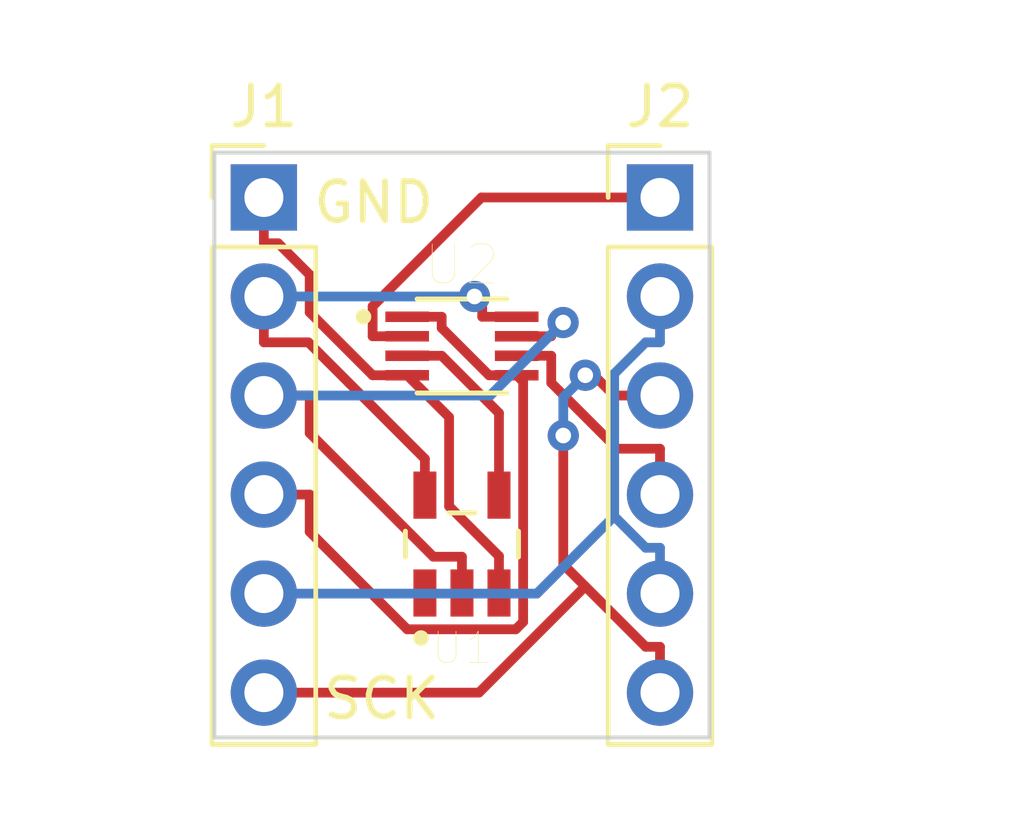
<source format=kicad_pcb>
(kicad_pcb (version 20171130) (host pcbnew "(5.1.6-0-10_14)")

  (general
    (thickness 1.6)
    (drawings 7)
    (tracks 76)
    (zones 0)
    (modules 4)
    (nets 11)
  )

  (page A4)
  (layers
    (0 F.Cu signal)
    (31 B.Cu signal)
    (32 B.Adhes user)
    (33 F.Adhes user)
    (34 B.Paste user)
    (35 F.Paste user)
    (36 B.SilkS user)
    (37 F.SilkS user)
    (38 B.Mask user)
    (39 F.Mask user)
    (40 Dwgs.User user)
    (41 Cmts.User user)
    (42 Eco1.User user)
    (43 Eco2.User user)
    (44 Edge.Cuts user)
    (45 Margin user)
    (46 B.CrtYd user)
    (47 F.CrtYd user)
    (48 B.Fab user)
    (49 F.Fab user)
  )

  (setup
    (last_trace_width 0.25)
    (trace_clearance 0.2)
    (zone_clearance 0.508)
    (zone_45_only no)
    (trace_min 0.2)
    (via_size 0.8)
    (via_drill 0.4)
    (via_min_size 0.4)
    (via_min_drill 0.3)
    (uvia_size 0.3)
    (uvia_drill 0.1)
    (uvias_allowed no)
    (uvia_min_size 0.2)
    (uvia_min_drill 0.1)
    (edge_width 0.1)
    (segment_width 0.2)
    (pcb_text_width 0.3)
    (pcb_text_size 1.5 1.5)
    (mod_edge_width 0.15)
    (mod_text_size 1 1)
    (mod_text_width 0.15)
    (pad_size 1.524 1.524)
    (pad_drill 0.762)
    (pad_to_mask_clearance 0)
    (aux_axis_origin 0 0)
    (visible_elements FFFFFF7F)
    (pcbplotparams
      (layerselection 0x010fc_ffffffff)
      (usegerberextensions true)
      (usegerberattributes true)
      (usegerberadvancedattributes true)
      (creategerberjobfile true)
      (excludeedgelayer true)
      (linewidth 0.100000)
      (plotframeref false)
      (viasonmask false)
      (mode 1)
      (useauxorigin false)
      (hpglpennumber 1)
      (hpglpenspeed 20)
      (hpglpendiameter 15.000000)
      (psnegative false)
      (psa4output false)
      (plotreference true)
      (plotvalue true)
      (plotinvisibletext false)
      (padsonsilk false)
      (subtractmaskfromsilk false)
      (outputformat 1)
      (mirror false)
      (drillshape 0)
      (scaleselection 1)
      (outputdirectory ""))
  )

  (net 0 "")
  (net 1 SCK)
  (net 2 MISO)
  (net 3 MOSI)
  (net 4 SPI_MOSI_SWITCH)
  (net 5 VCC)
  (net 6 GND)
  (net 7 MOSI1)
  (net 8 MOSI2)
  (net 9 /INV)
  (net 10 "Net-(U1-Pad1)")

  (net_class Default "This is the default net class."
    (clearance 0.2)
    (trace_width 0.25)
    (via_dia 0.8)
    (via_drill 0.4)
    (uvia_dia 0.3)
    (uvia_drill 0.1)
    (add_net /INV)
    (add_net GND)
    (add_net MISO)
    (add_net MOSI)
    (add_net MOSI1)
    (add_net MOSI2)
    (add_net "Net-(U1-Pad1)")
    (add_net SCK)
    (add_net SPI_MOSI_SWITCH)
    (add_net VCC)
  )

  (module Pin_Headers:Pin_Header_Straight_1x06_Pitch2.54mm (layer F.Cu) (tedit 59650532) (tstamp 5F572F2F)
    (at 101.6 63.5)
    (descr "Through hole straight pin header, 1x06, 2.54mm pitch, single row")
    (tags "Through hole pin header THT 1x06 2.54mm single row")
    (path /5F534D6C)
    (fp_text reference J1 (at 0 -2.33) (layer F.SilkS)
      (effects (font (size 1 1) (thickness 0.15)))
    )
    (fp_text value Conn_01x06_Male (at 0 15.03) (layer F.Fab)
      (effects (font (size 1 1) (thickness 0.15)))
    )
    (fp_line (start 1.8 -1.8) (end -1.8 -1.8) (layer F.CrtYd) (width 0.05))
    (fp_line (start 1.8 14.5) (end 1.8 -1.8) (layer F.CrtYd) (width 0.05))
    (fp_line (start -1.8 14.5) (end 1.8 14.5) (layer F.CrtYd) (width 0.05))
    (fp_line (start -1.8 -1.8) (end -1.8 14.5) (layer F.CrtYd) (width 0.05))
    (fp_line (start -1.33 -1.33) (end 0 -1.33) (layer F.SilkS) (width 0.12))
    (fp_line (start -1.33 0) (end -1.33 -1.33) (layer F.SilkS) (width 0.12))
    (fp_line (start -1.33 1.27) (end 1.33 1.27) (layer F.SilkS) (width 0.12))
    (fp_line (start 1.33 1.27) (end 1.33 14.03) (layer F.SilkS) (width 0.12))
    (fp_line (start -1.33 1.27) (end -1.33 14.03) (layer F.SilkS) (width 0.12))
    (fp_line (start -1.33 14.03) (end 1.33 14.03) (layer F.SilkS) (width 0.12))
    (fp_line (start -1.27 -0.635) (end -0.635 -1.27) (layer F.Fab) (width 0.1))
    (fp_line (start -1.27 13.97) (end -1.27 -0.635) (layer F.Fab) (width 0.1))
    (fp_line (start 1.27 13.97) (end -1.27 13.97) (layer F.Fab) (width 0.1))
    (fp_line (start 1.27 -1.27) (end 1.27 13.97) (layer F.Fab) (width 0.1))
    (fp_line (start -0.635 -1.27) (end 1.27 -1.27) (layer F.Fab) (width 0.1))
    (fp_text user %R (at 0 6.35 90) (layer F.Fab)
      (effects (font (size 1 1) (thickness 0.15)))
    )
    (pad 6 thru_hole oval (at 0 12.7) (size 1.7 1.7) (drill 1) (layers *.Cu *.Mask)
      (net 1 SCK))
    (pad 5 thru_hole oval (at 0 10.16) (size 1.7 1.7) (drill 1) (layers *.Cu *.Mask)
      (net 2 MISO))
    (pad 4 thru_hole oval (at 0 7.62) (size 1.7 1.7) (drill 1) (layers *.Cu *.Mask)
      (net 3 MOSI))
    (pad 3 thru_hole oval (at 0 5.08) (size 1.7 1.7) (drill 1) (layers *.Cu *.Mask)
      (net 4 SPI_MOSI_SWITCH))
    (pad 2 thru_hole oval (at 0 2.54) (size 1.7 1.7) (drill 1) (layers *.Cu *.Mask)
      (net 5 VCC))
    (pad 1 thru_hole rect (at 0 0) (size 1.7 1.7) (drill 1) (layers *.Cu *.Mask)
      (net 6 GND))
    (model ${KISYS3DMOD}/Pin_Headers.3dshapes/Pin_Header_Straight_1x06_Pitch2.54mm.wrl
      (at (xyz 0 0 0))
      (scale (xyz 1 1 1))
      (rotate (xyz 0 0 0))
    )
  )

  (module Pin_Headers:Pin_Header_Straight_1x06_Pitch2.54mm (layer F.Cu) (tedit 59650532) (tstamp 5F572F49)
    (at 111.76 63.5)
    (descr "Through hole straight pin header, 1x06, 2.54mm pitch, single row")
    (tags "Through hole pin header THT 1x06 2.54mm single row")
    (path /5F535D28)
    (fp_text reference J2 (at 0 -2.33) (layer F.SilkS)
      (effects (font (size 1 1) (thickness 0.15)))
    )
    (fp_text value Conn_01x06_Male (at 0 15.03) (layer F.Fab)
      (effects (font (size 1 1) (thickness 0.15)))
    )
    (fp_line (start -0.635 -1.27) (end 1.27 -1.27) (layer F.Fab) (width 0.1))
    (fp_line (start 1.27 -1.27) (end 1.27 13.97) (layer F.Fab) (width 0.1))
    (fp_line (start 1.27 13.97) (end -1.27 13.97) (layer F.Fab) (width 0.1))
    (fp_line (start -1.27 13.97) (end -1.27 -0.635) (layer F.Fab) (width 0.1))
    (fp_line (start -1.27 -0.635) (end -0.635 -1.27) (layer F.Fab) (width 0.1))
    (fp_line (start -1.33 14.03) (end 1.33 14.03) (layer F.SilkS) (width 0.12))
    (fp_line (start -1.33 1.27) (end -1.33 14.03) (layer F.SilkS) (width 0.12))
    (fp_line (start 1.33 1.27) (end 1.33 14.03) (layer F.SilkS) (width 0.12))
    (fp_line (start -1.33 1.27) (end 1.33 1.27) (layer F.SilkS) (width 0.12))
    (fp_line (start -1.33 0) (end -1.33 -1.33) (layer F.SilkS) (width 0.12))
    (fp_line (start -1.33 -1.33) (end 0 -1.33) (layer F.SilkS) (width 0.12))
    (fp_line (start -1.8 -1.8) (end -1.8 14.5) (layer F.CrtYd) (width 0.05))
    (fp_line (start -1.8 14.5) (end 1.8 14.5) (layer F.CrtYd) (width 0.05))
    (fp_line (start 1.8 14.5) (end 1.8 -1.8) (layer F.CrtYd) (width 0.05))
    (fp_line (start 1.8 -1.8) (end -1.8 -1.8) (layer F.CrtYd) (width 0.05))
    (fp_text user %R (at 0 6.35 90) (layer F.Fab)
      (effects (font (size 1 1) (thickness 0.15)))
    )
    (pad 1 thru_hole rect (at 0 0) (size 1.7 1.7) (drill 1) (layers *.Cu *.Mask)
      (net 7 MOSI1))
    (pad 2 thru_hole oval (at 0 2.54) (size 1.7 1.7) (drill 1) (layers *.Cu *.Mask)
      (net 2 MISO))
    (pad 3 thru_hole oval (at 0 5.08) (size 1.7 1.7) (drill 1) (layers *.Cu *.Mask)
      (net 1 SCK))
    (pad 4 thru_hole oval (at 0 7.62) (size 1.7 1.7) (drill 1) (layers *.Cu *.Mask)
      (net 8 MOSI2))
    (pad 5 thru_hole oval (at 0 10.16) (size 1.7 1.7) (drill 1) (layers *.Cu *.Mask)
      (net 2 MISO))
    (pad 6 thru_hole oval (at 0 12.7) (size 1.7 1.7) (drill 1) (layers *.Cu *.Mask)
      (net 1 SCK))
    (model ${KISYS3DMOD}/Pin_Headers.3dshapes/Pin_Header_Straight_1x06_Pitch2.54mm.wrl
      (at (xyz 0 0 0))
      (scale (xyz 1 1 1))
      (rotate (xyz 0 0 0))
    )
  )

  (module Ninja-qPCR:SN74LVC1G66DBVR (layer F.Cu) (tedit 5F519EEA) (tstamp 5F572F5F)
    (at 106.68 72.39 90)
    (path /5F541971)
    (fp_text reference U1 (at -2.667 0 180) (layer F.SilkS)
      (effects (font (size 0.8 0.8) (thickness 0.015)))
    )
    (fp_text value SN74LVC1G04DBVR (at 5.528 2.508 90) (layer F.Fab)
      (effects (font (size 0.8 0.8) (thickness 0.015)))
    )
    (fp_circle (center -2.41 -1.05) (end -2.31 -1.05) (layer F.SilkS) (width 0.2))
    (fp_circle (center -2.41 -1.05) (end -2.31 -1.05) (layer F.Fab) (width 0.2))
    (fp_line (start -0.33 -1.45) (end 0.33 -1.45) (layer F.SilkS) (width 0.127))
    (fp_line (start 0.8 -0.335) (end 0.8 0.335) (layer F.SilkS) (width 0.127))
    (fp_line (start 0.33 1.45) (end -0.33 1.45) (layer F.SilkS) (width 0.127))
    (fp_line (start -0.8 1.45) (end -0.8 -1.45) (layer F.Fab) (width 0.127))
    (fp_line (start 0.8 -1.45) (end 0.8 1.45) (layer F.Fab) (width 0.127))
    (fp_line (start -0.8 -1.45) (end 0.8 -1.45) (layer F.Fab) (width 0.127))
    (fp_line (start 0.8 1.45) (end -0.8 1.45) (layer F.Fab) (width 0.127))
    (fp_line (start -2.11 -1.7) (end 2.11 -1.7) (layer F.CrtYd) (width 0.05))
    (fp_line (start 2.11 -1.7) (end 2.11 1.7) (layer F.CrtYd) (width 0.05))
    (fp_line (start 2.11 1.7) (end -2.11 1.7) (layer F.CrtYd) (width 0.05))
    (fp_line (start -2.11 1.7) (end -2.11 -1.7) (layer F.CrtYd) (width 0.05))
    (pad 5 smd rect (at 1.255 -0.95 90) (size 1.21 0.59) (layers F.Cu F.Paste F.Mask)
      (net 5 VCC))
    (pad 4 smd rect (at 1.255 0.95 90) (size 1.21 0.59) (layers F.Cu F.Paste F.Mask)
      (net 9 /INV))
    (pad 3 smd rect (at -1.255 0.95 90) (size 1.21 0.59) (layers F.Cu F.Paste F.Mask)
      (net 6 GND))
    (pad 2 smd rect (at -1.255 0 90) (size 1.21 0.59) (layers F.Cu F.Paste F.Mask)
      (net 4 SPI_MOSI_SWITCH))
    (pad 1 smd rect (at -1.255 -0.95 90) (size 1.21 0.59) (layers F.Cu F.Paste F.Mask)
      (net 10 "Net-(U1-Pad1)"))
  )

  (module Ninja-qPCR:SN74LVC2G66DCUR (layer F.Cu) (tedit 5F519F35) (tstamp 5F572F77)
    (at 106.68 67.31)
    (path /5F51B522)
    (fp_text reference U2 (at 0 -2.0828) (layer F.SilkS)
      (effects (font (size 1 1) (thickness 0.015)))
    )
    (fp_text value SN74LVC2G66DCUR (at 7.275 2.135) (layer F.Fab)
      (effects (font (size 1 1) (thickness 0.015)))
    )
    (fp_circle (center -2.525 -0.75) (end -2.425 -0.75) (layer F.SilkS) (width 0.2))
    (fp_circle (center -2.525 -0.75) (end -2.425 -0.75) (layer F.Fab) (width 0.2))
    (fp_line (start -1.15 -1) (end 1.15 -1) (layer F.Fab) (width 0.127))
    (fp_line (start -1.15 1) (end 1.15 1) (layer F.Fab) (width 0.127))
    (fp_line (start -1.15 -1.205) (end 1.15 -1.205) (layer F.SilkS) (width 0.127))
    (fp_line (start -1.15 1.205) (end 1.15 1.205) (layer F.SilkS) (width 0.127))
    (fp_line (start -1.15 -1) (end -1.15 1) (layer F.Fab) (width 0.127))
    (fp_line (start 1.15 -1) (end 1.15 1) (layer F.Fab) (width 0.127))
    (fp_line (start -2.215 -1.25) (end 2.215 -1.25) (layer F.CrtYd) (width 0.05))
    (fp_line (start -2.215 1.25) (end 2.215 1.25) (layer F.CrtYd) (width 0.05))
    (fp_line (start -2.215 -1.25) (end -2.215 1.25) (layer F.CrtYd) (width 0.05))
    (fp_line (start 2.215 -1.25) (end 2.215 1.25) (layer F.CrtYd) (width 0.05))
    (pad 8 smd rect (at 1.405 -0.75) (size 1.12 0.27) (layers F.Cu F.Paste F.Mask)
      (net 5 VCC))
    (pad 7 smd rect (at 1.405 -0.25) (size 1.12 0.27) (layers F.Cu F.Paste F.Mask)
      (net 4 SPI_MOSI_SWITCH))
    (pad 6 smd rect (at 1.405 0.25) (size 1.12 0.27) (layers F.Cu F.Paste F.Mask)
      (net 8 MOSI2))
    (pad 5 smd rect (at 1.405 0.75) (size 1.12 0.27) (layers F.Cu F.Paste F.Mask)
      (net 3 MOSI))
    (pad 4 smd rect (at -1.405 0.75) (size 1.12 0.27) (layers F.Cu F.Paste F.Mask)
      (net 6 GND))
    (pad 3 smd rect (at -1.405 0.25) (size 1.12 0.27) (layers F.Cu F.Paste F.Mask)
      (net 9 /INV))
    (pad 2 smd rect (at -1.405 -0.25) (size 1.12 0.27) (layers F.Cu F.Paste F.Mask)
      (net 7 MOSI1))
    (pad 1 smd rect (at -1.405 -0.75) (size 1.12 0.27) (layers F.Cu F.Paste F.Mask)
      (net 3 MOSI))
  )

  (gr_text 12.7x15mm (at 103.2764 59.2836) (layer Dwgs.User)
    (effects (font (size 1 1) (thickness 0.15)))
  )
  (gr_text SCK (at 104.6226 76.3524) (layer F.SilkS)
    (effects (font (size 1 1) (thickness 0.15)))
  )
  (gr_text GND (at 104.4194 63.627) (layer F.SilkS)
    (effects (font (size 1 1) (thickness 0.15)))
  )
  (gr_line (start 100.33 77.35) (end 100.33 62.35) (layer Edge.Cuts) (width 0.1) (tstamp 5F573291))
  (gr_line (start 113.03 77.35) (end 100.33 77.35) (layer Edge.Cuts) (width 0.1))
  (gr_line (start 113.03 62.35) (end 113.03 77.35) (layer Edge.Cuts) (width 0.1))
  (gr_line (start 100.33 62.35) (end 113.03 62.35) (layer Edge.Cuts) (width 0.1))

  (segment (start 109.842 73.4739) (end 109.279 72.911) (width 0.25) (layer F.Cu) (net 1))
  (segment (start 109.279 72.911) (end 109.279 69.6058) (width 0.25) (layer F.Cu) (net 1))
  (segment (start 111.76 75.0247) (end 111.3927 75.0247) (width 0.25) (layer F.Cu) (net 1))
  (segment (start 111.3927 75.0247) (end 109.842 73.4739) (width 0.25) (layer F.Cu) (net 1))
  (segment (start 109.842 73.4739) (end 107.1159 76.2) (width 0.25) (layer F.Cu) (net 1))
  (segment (start 107.1159 76.2) (end 101.6 76.2) (width 0.25) (layer F.Cu) (net 1))
  (segment (start 111.76 68.58) (end 110.5847 68.58) (width 0.25) (layer F.Cu) (net 1))
  (segment (start 109.8436 68.06) (end 110.0647 68.06) (width 0.25) (layer F.Cu) (net 1))
  (segment (start 110.0647 68.06) (end 110.5847 68.58) (width 0.25) (layer F.Cu) (net 1))
  (segment (start 109.279 69.6058) (end 109.279 68.6246) (width 0.25) (layer B.Cu) (net 1))
  (segment (start 109.279 68.6246) (end 109.8436 68.06) (width 0.25) (layer B.Cu) (net 1))
  (segment (start 111.76 76.2) (end 111.76 75.0247) (width 0.25) (layer F.Cu) (net 1))
  (via (at 109.8436 68.06) (size 0.8) (layers F.Cu B.Cu) (net 1))
  (via (at 109.279 69.6058) (size 0.8) (layers F.Cu B.Cu) (net 1))
  (segment (start 110.5847 71.6768) (end 111.3926 72.4847) (width 0.25) (layer B.Cu) (net 2))
  (segment (start 111.3926 72.4847) (end 111.76 72.4847) (width 0.25) (layer B.Cu) (net 2))
  (segment (start 111.76 67.2153) (end 111.3927 67.2153) (width 0.25) (layer B.Cu) (net 2))
  (segment (start 111.3927 67.2153) (end 110.5847 68.0233) (width 0.25) (layer B.Cu) (net 2))
  (segment (start 110.5847 68.0233) (end 110.5847 71.6768) (width 0.25) (layer B.Cu) (net 2))
  (segment (start 110.5847 71.6768) (end 108.6015 73.66) (width 0.25) (layer B.Cu) (net 2))
  (segment (start 108.6015 73.66) (end 101.6 73.66) (width 0.25) (layer B.Cu) (net 2))
  (segment (start 111.76 73.66) (end 111.76 72.4847) (width 0.25) (layer B.Cu) (net 2))
  (segment (start 111.76 66.04) (end 111.76 67.2153) (width 0.25) (layer B.Cu) (net 2))
  (segment (start 108.085 68.06) (end 108.2504 68.2254) (width 0.25) (layer F.Cu) (net 3))
  (segment (start 108.2504 68.2254) (end 108.2504 74.387) (width 0.25) (layer F.Cu) (net 3))
  (segment (start 108.2504 74.387) (end 108.062 74.5754) (width 0.25) (layer F.Cu) (net 3))
  (segment (start 108.062 74.5754) (end 105.2758 74.5754) (width 0.25) (layer F.Cu) (net 3))
  (segment (start 105.2758 74.5754) (end 102.7753 72.0749) (width 0.25) (layer F.Cu) (net 3))
  (segment (start 102.7753 72.0749) (end 102.7753 71.12) (width 0.25) (layer F.Cu) (net 3))
  (segment (start 106.1603 66.56) (end 106.1603 66.8468) (width 0.25) (layer F.Cu) (net 3))
  (segment (start 106.1603 66.8468) (end 107.3735 68.06) (width 0.25) (layer F.Cu) (net 3))
  (segment (start 107.3735 68.06) (end 108.085 68.06) (width 0.25) (layer F.Cu) (net 3))
  (segment (start 101.6 71.12) (end 102.7753 71.12) (width 0.25) (layer F.Cu) (net 3))
  (segment (start 105.275 66.56) (end 106.1603 66.56) (width 0.25) (layer F.Cu) (net 3))
  (segment (start 108.085 67.06) (end 108.9703 67.06) (width 0.25) (layer F.Cu) (net 4))
  (segment (start 109.275 66.7075) (end 107.4025 68.58) (width 0.25) (layer B.Cu) (net 4))
  (segment (start 107.4025 68.58) (end 101.6 68.58) (width 0.25) (layer B.Cu) (net 4))
  (segment (start 108.9703 67.06) (end 108.9703 67.0122) (width 0.25) (layer F.Cu) (net 4))
  (segment (start 108.9703 67.0122) (end 109.275 66.7075) (width 0.25) (layer F.Cu) (net 4))
  (segment (start 106.68 73.645) (end 106.68 72.7147) (width 0.25) (layer F.Cu) (net 4))
  (segment (start 101.6 68.58) (end 102.7753 68.58) (width 0.25) (layer F.Cu) (net 4))
  (segment (start 102.7753 68.58) (end 102.7753 69.5436) (width 0.25) (layer F.Cu) (net 4))
  (segment (start 102.7753 69.5436) (end 105.9464 72.7147) (width 0.25) (layer F.Cu) (net 4))
  (segment (start 105.9464 72.7147) (end 106.68 72.7147) (width 0.25) (layer F.Cu) (net 4))
  (via (at 109.275 66.7075) (size 0.8) (layers F.Cu B.Cu) (net 4))
  (segment (start 105.73 71.135) (end 105.73 70.2047) (width 0.25) (layer F.Cu) (net 5))
  (segment (start 101.6 66.04) (end 101.6 67.2153) (width 0.25) (layer F.Cu) (net 5))
  (segment (start 101.6 67.2153) (end 102.7406 67.2153) (width 0.25) (layer F.Cu) (net 5))
  (segment (start 102.7406 67.2153) (end 105.73 70.2047) (width 0.25) (layer F.Cu) (net 5))
  (segment (start 107.1997 66.56) (end 107.1997 66.2377) (width 0.25) (layer F.Cu) (net 5))
  (segment (start 107.1997 66.2377) (end 107.002 66.04) (width 0.25) (layer F.Cu) (net 5))
  (segment (start 101.6 66.04) (end 107.002 66.04) (width 0.25) (layer B.Cu) (net 5))
  (segment (start 108.085 66.56) (end 107.1997 66.56) (width 0.25) (layer F.Cu) (net 5))
  (via (at 107.002 66.04) (size 0.8) (layers F.Cu B.Cu) (net 5))
  (segment (start 105.275 68.06) (end 104.3897 68.06) (width 0.25) (layer F.Cu) (net 6))
  (segment (start 101.6 63.5) (end 101.6 64.6753) (width 0.25) (layer F.Cu) (net 6))
  (segment (start 101.6 64.6753) (end 101.9674 64.6753) (width 0.25) (layer F.Cu) (net 6))
  (segment (start 101.9674 64.6753) (end 102.7753 65.4832) (width 0.25) (layer F.Cu) (net 6))
  (segment (start 102.7753 65.4832) (end 102.7753 66.4456) (width 0.25) (layer F.Cu) (net 6))
  (segment (start 102.7753 66.4456) (end 104.3897 68.06) (width 0.25) (layer F.Cu) (net 6))
  (segment (start 107.63 73.645) (end 107.63 72.6996) (width 0.25) (layer F.Cu) (net 6))
  (segment (start 107.63 72.6996) (end 106.3504 71.42) (width 0.25) (layer F.Cu) (net 6))
  (segment (start 106.3504 71.42) (end 106.3504 69.1354) (width 0.25) (layer F.Cu) (net 6))
  (segment (start 106.3504 69.1354) (end 105.275 68.06) (width 0.25) (layer F.Cu) (net 6))
  (segment (start 105.275 67.06) (end 104.3897 67.06) (width 0.25) (layer F.Cu) (net 7))
  (segment (start 104.3897 67.06) (end 104.3897 66.2901) (width 0.25) (layer F.Cu) (net 7))
  (segment (start 104.3897 66.2901) (end 107.1798 63.5) (width 0.25) (layer F.Cu) (net 7))
  (segment (start 107.1798 63.5) (end 111.76 63.5) (width 0.25) (layer F.Cu) (net 7))
  (segment (start 108.9703 67.56) (end 108.9703 68.254) (width 0.25) (layer F.Cu) (net 8))
  (segment (start 108.9703 68.254) (end 110.661 69.9447) (width 0.25) (layer F.Cu) (net 8))
  (segment (start 110.661 69.9447) (end 111.76 69.9447) (width 0.25) (layer F.Cu) (net 8))
  (segment (start 111.76 71.12) (end 111.76 69.9447) (width 0.25) (layer F.Cu) (net 8))
  (segment (start 108.085 67.56) (end 108.9703 67.56) (width 0.25) (layer F.Cu) (net 8))
  (segment (start 105.275 67.56) (end 106.1603 67.56) (width 0.25) (layer F.Cu) (net 9))
  (segment (start 106.1603 67.56) (end 107.63 69.0297) (width 0.25) (layer F.Cu) (net 9))
  (segment (start 107.63 69.0297) (end 107.63 71.135) (width 0.25) (layer F.Cu) (net 9))

)

</source>
